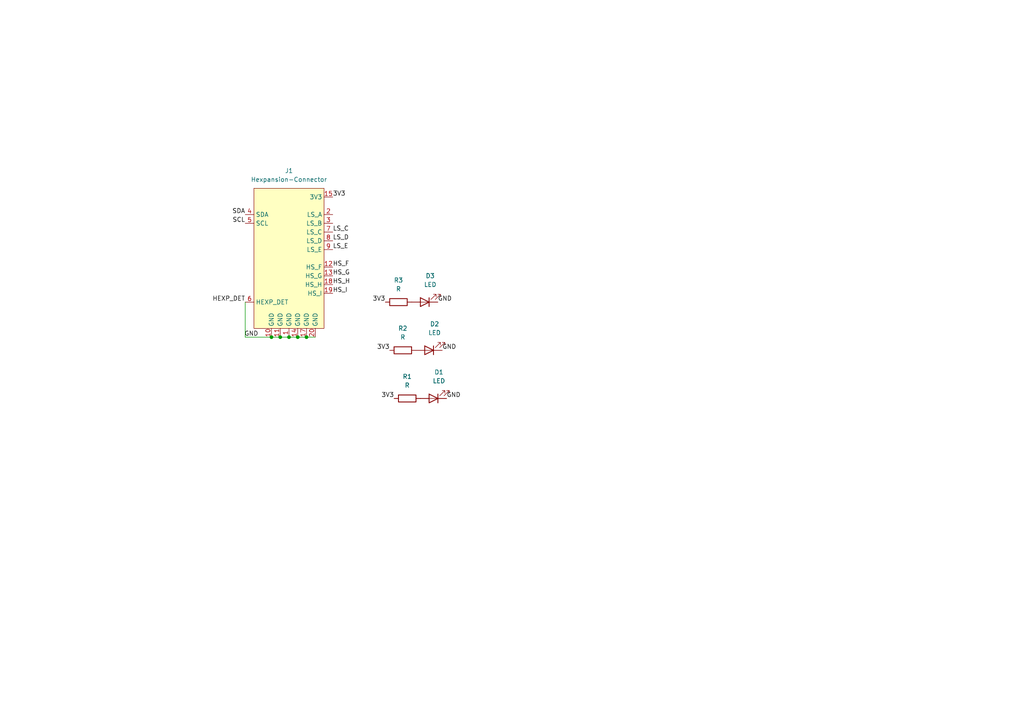
<source format=kicad_sch>
(kicad_sch (version 20231120) (generator "eeschema") (generator_version "8.0")
  (paper "A4")
  (lib_symbols
    (symbol "Device:LED" (pin_numbers hide) (pin_names (offset 1.016) hide)
      (property "Reference" "D" (at 0 2.54 0))
      (property "Value" "LED" (at 0 -2.54 0))
      (symbol "LED_0_1"
        (polyline (pts (xy -1.27 -1.27) (xy -1.27 1.27)) (stroke (width 0.254)))
        (polyline (pts (xy -1.27 0) (xy 1.27 0)))
        (polyline (pts (xy 1.27 -1.27) (xy 1.27 1.27) (xy -1.27 0) (xy 1.27 -1.27)) (stroke (width 0.254)))
        (polyline (pts (xy -3.048 -0.762) (xy -4.572 -2.286) (xy -3.81 -2.286) (xy -4.572 -2.286) (xy -4.572 -1.524)))
        (polyline (pts (xy -1.778 -0.762) (xy -3.302 -2.286) (xy -2.54 -2.286) (xy -3.302 -2.286) (xy -3.302 -1.524)))
      )
      (symbol "LED_1_1"
        (pin passive line (at -3.81 0 0) (length 2.54) (name "K") (number "1"))
        (pin passive line (at 3.81 0 180) (length 2.54) (name "A") (number "2"))
      )
    )
    (symbol "Device:R" (pin_numbers hide) (pin_names (offset 0))
      (property "Reference" "R" (at 2.032 0 90))
      (property "Value" "R" (at 0 0 90))
      (symbol "R_0_1"
        (rectangle (start -1.016 -2.54) (end 1.016 2.54) (stroke (width 0.254)))
      )
      (symbol "R_1_1"
        (pin passive line (at 0 3.81 270) (length 1.27) (name "~") (number "1"))
        (pin passive line (at 0 -3.81 90) (length 1.27) (name "~") (number "2"))
      )
    )
    (symbol "tildagon:hexpansion-edge-connector" (in_bom no)
      (property "Reference" "J" (at -6.35 17.78 0))
      (property "Value" "Hexpansion-Connector" (at 0 21.59 0))
      (symbol "hexpansion-edge-connector_1_1"
        (rectangle (start -10.16 20.32) (end 10.16 -20.32) (fill (type background)))
        (pin power_out line (at 0 -22.86 90) (length 2.54) (name "GND") (number "1"))
        (pin passive line (at -5.08 -22.86 90) (length 2.54) (name "GND") (number "10"))
        (pin passive line (at -2.54 -22.86 90) (length 2.54) (name "GND") (number "11"))
        (pin bidirectional line (at 12.7 -2.54 180) (length 2.54) (name "HS_F") (number "12"))
        (pin bidirectional line (at 12.7 -5.08 180) (length 2.54) (name "HS_G") (number "13"))
        (pin passive line (at 2.54 -22.86 90) (length 2.54) (name "GND") (number "14"))
        (pin power_out line (at 12.7 17.78 180) (length 2.54) (name "3V3") (number "15"))
        (pin passive line (at 12.7 17.78 180) (length 2.54) hide (name "3V3") (number "16"))
        (pin passive line (at 5.08 -22.86 90) (length 2.54) (name "GND") (number "17"))
        (pin bidirectional line (at 12.7 -7.62 180) (length 2.54) (name "HS_H") (number "18"))
        (pin bidirectional line (at 12.7 -10.16 180) (length 2.54) (name "HS_I") (number "19"))
        (pin bidirectional line (at 12.7 12.7 180) (length 2.54) (name "LS_A") (number "2"))
        (pin passive line (at 7.62 -22.86 90) (length 2.54) (name "GND") (number "20"))
        (pin bidirectional line (at 12.7 10.16 180) (length 2.54) (name "LS_B") (number "3"))
        (pin bidirectional line (at -12.7 12.7 0) (length 2.54) (name "SDA") (number "4"))
        (pin output line (at -12.7 10.16 0) (length 2.54) (name "SCL") (number "5"))
        (pin bidirectional line (at -12.7 -12.7 0) (length 2.54) (name "HEXP_DET") (number "6"))
        (pin bidirectional line (at 12.7 7.62 180) (length 2.54) (name "LS_C") (number "7"))
        (pin bidirectional line (at 12.7 5.08 180) (length 2.54) (name "LS_D") (number "8"))
        (pin bidirectional line (at 12.7 2.54 180) (length 2.54) (name "LS_E") (number "9"))
      )
    )
  )
  (junction (at 88.9 97.79))
  (junction (at 81.28 97.79))
  (junction (at 86.36 97.79))
  (junction (at 83.82 97.79))
  (junction (at 78.74 97.79))
  (wire (pts (xy 81.28 97.79) (xy 83.82 97.79)))
  (wire (pts (xy 83.82 97.79) (xy 86.36 97.79)))
  (wire (pts (xy 86.36 97.79) (xy 88.9 97.79)))
  (wire (pts (xy 71.12 97.79) (xy 78.74 97.79)))
  (wire (pts (xy 71.12 87.63) (xy 71.12 97.79)))
  (wire (pts (xy 88.9 97.79) (xy 91.44 97.79)))
  (wire (pts (xy 78.74 97.79) (xy 81.28 97.79)))
  (label "3V3" (at 96.52 57.15 0))
  (label "LS_E" (at 96.52 72.39 0))
  (label "SCL" (at 71.12 64.77 180))
  (label "SDA" (at 71.12 62.23 180))
  (label "HS_I" (at 96.52 85.09 0))
  (label "GND" (at 129.54 115.57 0))
  (label "GND" (at 74.93 97.79 180))
  (label "HS_F" (at 96.52 77.47 0))
  (label "LS_C" (at 96.52 67.31 0))
  (label "HS_G" (at 96.52 80.01 0))
  (label "HS_H" (at 96.52 82.55 0))
  (label "3V3" (at 114.3 115.57 180))
  (label "LS_D" (at 96.52 69.85 0))
  (label "HEXP_DET" (at 71.12 87.63 180))
  (label "GND" (at 128.27 101.6 0))
  (label "GND" (at 127 87.63 0))
  (label "3V3" (at 111.76 87.63 180))
  (label "3V3" (at 113.03 101.6 180))
  (symbol (lib_id "Device:R") (at 118.11 115.57 90) (unit 1)
    (property "Reference" "R1" (at 118.11 109.22 90))
    (property "Value" "R" (at 118.11 111.76 90))
    (property "Footprint" "Resistor_SMD:R_0603_1608Metric" (effects (hide yes)))
  )
  (symbol (lib_id "Device:LED") (at 124.46 101.6 180) (unit 1)
    (property "Reference" "D2" (at 126.0475 93.98 0))
    (property "Value" "LED" (at 126.0475 96.52 0))
    (property "Footprint" "LED_SMD:LED_0603_1608Metric" (effects (hide yes)))
  )
  (symbol (lib_id "Device:R") (at 116.84 101.6 90) (unit 1)
    (property "Reference" "R2" (at 116.84 95.25 90))
    (property "Value" "R" (at 116.84 97.79 90))
    (property "Footprint" "Resistor_SMD:R_0603_1608Metric" (effects (hide yes)))
  )
  (symbol (lib_id "Device:LED") (at 125.73 115.57 180) (unit 1)
    (property "Reference" "D1" (at 127.3175 107.95 0))
    (property "Value" "LED" (at 127.3175 110.49 0))
    (property "Footprint" "LED_SMD:LED_0603_1608Metric" (effects (hide yes)))
  )
  (symbol (lib_id "tildagon:hexpansion-edge-connector") (at 83.82 74.93 0) (unit 1) (exclude_from_sim yes) (in_bom no)
    (property "Reference" "J1" (at 83.82 49.53 0))
    (property "Value" "Hexpansion-Connector" (at 83.82 52.07 0))
    (property "Footprint" "tildagon:hexpansion-edge-connector" (effects (hide yes)))
  )
  (symbol (lib_id "Device:LED") (at 123.19 87.63 180) (unit 1)
    (property "Reference" "D3" (at 124.7775 80.01 0))
    (property "Value" "LED" (at 124.7775 82.55 0))
    (property "Footprint" "LED_SMD:LED_0603_1608Metric" (effects (hide yes)))
  )
  (symbol (lib_id "Device:R") (at 115.57 87.63 90) (unit 1)
    (property "Reference" "R3" (at 115.57 81.28 90))
    (property "Value" "R" (at 115.57 83.82 90))
    (property "Footprint" "Resistor_SMD:R_0603_1608Metric" (effects (hide yes)))
  )
)
</source>
